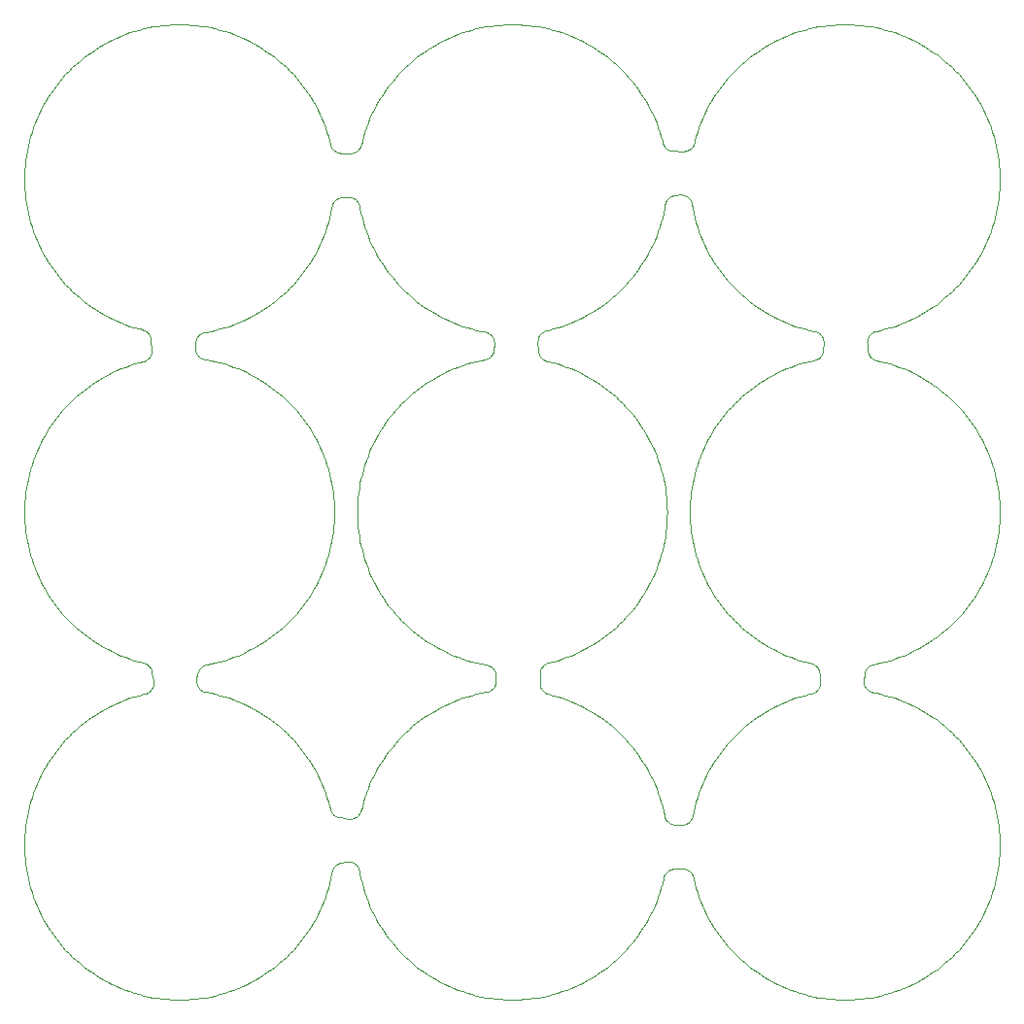
<source format=gko>
%MOIN*%
%OFA0B0*%
%FSLAX44Y44*%
%IPPOS*%
%LPD*%
%ADD10C,0*%
D10*
X00017936Y00021907D02*
X00017936Y00021907D01*
X00017912Y00021913D01*
X00017888Y00021921D01*
X00017864Y00021930D01*
X00017841Y00021941D01*
X00017819Y00021953D01*
X00017798Y00021967D01*
X00017777Y00021982D01*
X00017758Y00021999D01*
X00017739Y00022016D01*
X00017722Y00022035D01*
X00017706Y00022055D01*
X00017692Y00022076D01*
X00017679Y00022097D01*
X00017667Y00022120D01*
X00017657Y00022143D01*
X00017648Y00022167D01*
X00017641Y00022191D01*
X00017635Y00022216D01*
X00017631Y00022241D01*
X00017628Y00022266D01*
X00017610Y00022557D01*
X00017609Y00022585D01*
X00017611Y00022613D01*
X00017614Y00022640D01*
X00017619Y00022668D01*
X00017626Y00022695D01*
X00017635Y00022721D01*
X00017646Y00022747D01*
X00017658Y00022771D01*
X00017673Y00022795D01*
X00017689Y00022818D01*
X00017706Y00022840D01*
X00017725Y00022860D01*
X00017746Y00022879D01*
X00017767Y00022897D01*
X00017790Y00022913D01*
X00017814Y00022927D01*
X00017839Y00022939D01*
X00017865Y00022950D01*
X00017891Y00022959D01*
X00017918Y00022966D01*
X00017961Y00022975D01*
X00018121Y00023016D01*
X00018280Y00023062D01*
X00018437Y00023112D01*
X00018593Y00023168D01*
X00018747Y00023228D01*
X00018899Y00023293D01*
X00019049Y00023363D01*
X00019197Y00023437D01*
X00019342Y00023516D01*
X00019485Y00023600D01*
X00019625Y00023687D01*
X00019762Y00023779D01*
X00019896Y00023876D01*
X00020028Y00023976D01*
X00020156Y00024081D01*
X00020280Y00024189D01*
X00020402Y00024301D01*
X00020520Y00024417D01*
X00020634Y00024537D01*
X00020744Y00024660D01*
X00020851Y00024787D01*
X00020953Y00024916D01*
X00021051Y00025049D01*
X00021146Y00025185D01*
X00021236Y00025324D01*
X00021321Y00025465D01*
X00021402Y00025609D01*
X00021479Y00025756D01*
X00021551Y00025904D01*
X00021619Y00026055D01*
X00021681Y00026208D01*
X00021739Y00026363D01*
X00021792Y00026520D01*
X00021840Y00026678D01*
X00021883Y00026837D01*
X00021922Y00026998D01*
X00021955Y00027160D01*
X00021976Y00027281D01*
X00021981Y00027307D01*
X00021988Y00027332D01*
X00021997Y00027357D01*
X00022007Y00027381D01*
X00022020Y00027405D01*
X00022033Y00027428D01*
X00022048Y00027449D01*
X00022065Y00027470D01*
X00022083Y00027490D01*
X00022102Y00027508D01*
X00022122Y00027525D01*
X00022144Y00027540D01*
X00022166Y00027554D01*
X00022190Y00027567D01*
X00022214Y00027578D01*
X00022239Y00027587D01*
X00022264Y00027594D01*
X00022290Y00027600D01*
X00022316Y00027604D01*
X00022342Y00027607D01*
X00022495Y00027615D01*
X00022524Y00027616D01*
X00022553Y00027614D01*
X00022581Y00027610D01*
X00022609Y00027605D01*
X00022637Y00027597D01*
X00022663Y00027587D01*
X00022690Y00027576D01*
X00022715Y00027562D01*
X00022739Y00027547D01*
X00022762Y00027530D01*
X00022784Y00027511D01*
X00022804Y00027491D01*
X00022823Y00027469D01*
X00022840Y00027447D01*
X00022855Y00027422D01*
X00022869Y00027397D01*
X00022881Y00027371D01*
X00022891Y00027344D01*
X00022899Y00027317D01*
X00022905Y00027289D01*
X00022927Y00027160D01*
X00022960Y00026998D01*
X00022998Y00026837D01*
X00023042Y00026678D01*
X00023090Y00026520D01*
X00023143Y00026363D01*
X00023201Y00026208D01*
X00023263Y00026055D01*
X00023331Y00025904D01*
X00023403Y00025756D01*
X00023479Y00025609D01*
X00023561Y00025465D01*
X00023646Y00025324D01*
X00023736Y00025185D01*
X00023830Y00025049D01*
X00023929Y00024916D01*
X00024031Y00024787D01*
X00024138Y00024660D01*
X00024248Y00024537D01*
X00024362Y00024417D01*
X00024480Y00024301D01*
X00024601Y00024189D01*
X00024726Y00024081D01*
X00024854Y00023976D01*
X00024986Y00023876D01*
X00025120Y00023779D01*
X00025257Y00023687D01*
X00025397Y00023600D01*
X00025540Y00023516D01*
X00025685Y00023437D01*
X00025833Y00023363D01*
X00025983Y00023293D01*
X00026135Y00023228D01*
X00026289Y00023168D01*
X00026444Y00023112D01*
X00026602Y00023062D01*
X00026761Y00023016D01*
X00026921Y00022975D01*
X00027082Y00022940D01*
X00027101Y00022936D01*
X00027129Y00022930D01*
X00027157Y00022921D01*
X00027184Y00022911D01*
X00027210Y00022899D01*
X00027235Y00022884D01*
X00027258Y00022869D01*
X00027281Y00022851D01*
X00027302Y00022832D01*
X00027322Y00022811D01*
X00027341Y00022789D01*
X00027357Y00022765D01*
X00027372Y00022741D01*
X00027385Y00022715D01*
X00027396Y00022688D01*
X00027406Y00022661D01*
X00027413Y00022633D01*
X00027418Y00022605D01*
X00027421Y00022576D01*
X00027422Y00022548D01*
X00027421Y00022519D01*
X00027403Y00022294D01*
X00027401Y00022268D01*
X00027396Y00022243D01*
X00027390Y00022218D01*
X00027382Y00022193D01*
X00027373Y00022170D01*
X00027362Y00022146D01*
X00027350Y00022124D01*
X00027336Y00022102D01*
X00027321Y00022081D01*
X00027304Y00022061D01*
X00027286Y00022043D01*
X00027267Y00022025D01*
X00027247Y00022009D01*
X00027226Y00021995D01*
X00027204Y00021981D01*
X00027181Y00021969D01*
X00027158Y00021959D01*
X00027134Y00021950D01*
X00027109Y00021943D01*
X00027084Y00021937D01*
X00027082Y00021937D01*
X00026921Y00021901D01*
X00026761Y00021861D01*
X00026602Y00021815D01*
X00026444Y00021764D01*
X00026289Y00021709D01*
X00026135Y00021649D01*
X00025983Y00021584D01*
X00025833Y00021514D01*
X00025685Y00021439D01*
X00025540Y00021360D01*
X00025397Y00021277D01*
X00025257Y00021189D01*
X00025120Y00021097D01*
X00024986Y00021001D01*
X00024854Y00020900D01*
X00024726Y00020796D01*
X00024601Y00020687D01*
X00024480Y00020575D01*
X00024362Y00020459D01*
X00024248Y00020340D01*
X00024138Y00020217D01*
X00024031Y00020090D01*
X00023929Y00019960D01*
X00023830Y00019828D01*
X00023736Y00019692D01*
X00023646Y00019553D01*
X00023561Y00019412D01*
X00023479Y00019268D01*
X00023403Y00019121D01*
X00023331Y00018972D01*
X00023263Y00018821D01*
X00023201Y00018668D01*
X00023143Y00018513D01*
X00023090Y00018357D01*
X00023042Y00018199D01*
X00022998Y00018039D01*
X00022960Y00017878D01*
X00022927Y00017716D01*
X00022899Y00017553D01*
X00022876Y00017390D01*
X00022858Y00017225D01*
X00022845Y00017061D01*
X00022837Y00016895D01*
X00022835Y00016730D01*
X00022837Y00016565D01*
X00022845Y00016400D01*
X00022858Y00016235D01*
X00022876Y00016071D01*
X00022899Y00015907D01*
X00022927Y00015744D01*
X00022960Y00015582D01*
X00022998Y00015421D01*
X00023042Y00015262D01*
X00023090Y00015103D01*
X00023143Y00014947D01*
X00023201Y00014792D01*
X00023263Y00014639D01*
X00023331Y00014488D01*
X00023403Y00014339D01*
X00023479Y00014193D01*
X00023561Y00014049D01*
X00023646Y00013907D01*
X00023736Y00013769D01*
X00023830Y00013633D01*
X00023929Y00013500D01*
X00024031Y00013370D01*
X00024138Y00013244D01*
X00024248Y00013121D01*
X00024362Y00013001D01*
X00024480Y00012885D01*
X00024601Y00012773D01*
X00024726Y00012665D01*
X00024854Y00012560D01*
X00024986Y00012460D01*
X00025120Y00012363D01*
X00025257Y00012271D01*
X00025397Y00012183D01*
X00025540Y00012100D01*
X00025685Y00012021D01*
X00025833Y00011947D01*
X00025983Y00011877D01*
X00026135Y00011812D01*
X00026289Y00011752D01*
X00026444Y00011696D01*
X00026602Y00011645D01*
X00026761Y00011600D01*
X00026921Y00011559D01*
X00026973Y00011547D01*
X00026998Y00011541D01*
X00027021Y00011534D01*
X00027045Y00011524D01*
X00027067Y00011514D01*
X00027089Y00011502D01*
X00027110Y00011488D01*
X00027131Y00011474D01*
X00027150Y00011458D01*
X00027168Y00011440D01*
X00027185Y00011422D01*
X00027201Y00011403D01*
X00027215Y00011382D01*
X00027229Y00011361D01*
X00027240Y00011339D01*
X00027251Y00011317D01*
X00027260Y00011293D01*
X00027267Y00011269D01*
X00027273Y00011245D01*
X00027278Y00011221D01*
X00027281Y00011196D01*
X00027304Y00010919D01*
X00027305Y00010891D01*
X00027305Y00010862D01*
X00027302Y00010834D01*
X00027297Y00010806D01*
X00027290Y00010779D01*
X00027282Y00010752D01*
X00027271Y00010726D01*
X00027259Y00010700D01*
X00027244Y00010676D01*
X00027228Y00010653D01*
X00027211Y00010631D01*
X00027192Y00010610D01*
X00027171Y00010590D01*
X00027149Y00010572D01*
X00027126Y00010556D01*
X00027102Y00010542D01*
X00027077Y00010529D01*
X00027051Y00010518D01*
X00027024Y00010509D01*
X00026997Y00010502D01*
X00026921Y00010485D01*
X00026761Y00010444D01*
X00026602Y00010399D01*
X00026444Y00010348D01*
X00026289Y00010293D01*
X00026135Y00010232D01*
X00025983Y00010167D01*
X00025833Y00010098D01*
X00025685Y00010023D01*
X00025540Y00009944D01*
X00025397Y00009861D01*
X00025257Y00009773D01*
X00025120Y00009681D01*
X00024986Y00009585D01*
X00024854Y00009484D01*
X00024726Y00009380D01*
X00024601Y00009271D01*
X00024480Y00009159D01*
X00024362Y00009043D01*
X00024248Y00008923D01*
X00024138Y00008800D01*
X00024031Y00008674D01*
X00023929Y00008544D01*
X00023830Y00008411D01*
X00023736Y00008275D01*
X00023646Y00008137D01*
X00023561Y00007995D01*
X00023479Y00007851D01*
X00023403Y00007705D01*
X00023331Y00007556D01*
X00023263Y00007405D01*
X00023201Y00007252D01*
X00023143Y00007097D01*
X00023090Y00006941D01*
X00023042Y00006782D01*
X00022998Y00006623D01*
X00022960Y00006462D01*
X00022929Y00006310D01*
X00022922Y00006283D01*
X00022914Y00006256D01*
X00022904Y00006231D01*
X00022892Y00006206D01*
X00022878Y00006181D01*
X00022862Y00006158D01*
X00022845Y00006136D01*
X00022827Y00006116D01*
X00022807Y00006097D01*
X00022786Y00006079D01*
X00022763Y00006062D01*
X00022740Y00006048D01*
X00022715Y00006035D01*
X00022690Y00006023D01*
X00022664Y00006014D01*
X00022637Y00006006D01*
X00022610Y00006001D01*
X00022582Y00005997D01*
X00022554Y00005995D01*
X00022527Y00005996D01*
X00022320Y00006004D01*
X00022294Y00006006D01*
X00022268Y00006010D01*
X00022243Y00006015D01*
X00022218Y00006022D01*
X00022193Y00006031D01*
X00022169Y00006041D01*
X00022146Y00006053D01*
X00022124Y00006067D01*
X00022102Y00006081D01*
X00022082Y00006098D01*
X00022062Y00006115D01*
X00022044Y00006134D01*
X00022027Y00006154D01*
X00022012Y00006175D01*
X00021998Y00006197D01*
X00021985Y00006220D01*
X00021974Y00006244D01*
X00021965Y00006268D01*
X00021957Y00006293D01*
X00021951Y00006318D01*
X00021922Y00006462D01*
X00021883Y00006623D01*
X00021840Y00006782D01*
X00021792Y00006941D01*
X00021739Y00007097D01*
X00021681Y00007252D01*
X00021619Y00007405D01*
X00021551Y00007556D01*
X00021479Y00007705D01*
X00021402Y00007851D01*
X00021321Y00007995D01*
X00021236Y00008137D01*
X00021146Y00008275D01*
X00021051Y00008411D01*
X00020953Y00008544D01*
X00020851Y00008674D01*
X00020744Y00008800D01*
X00020634Y00008923D01*
X00020520Y00009043D01*
X00020402Y00009159D01*
X00020280Y00009271D01*
X00020156Y00009380D01*
X00020028Y00009484D01*
X00019896Y00009585D01*
X00019762Y00009681D01*
X00019625Y00009773D01*
X00019485Y00009861D01*
X00019342Y00009944D01*
X00019197Y00010023D01*
X00019049Y00010098D01*
X00018899Y00010167D01*
X00018747Y00010232D01*
X00018593Y00010293D01*
X00018437Y00010348D01*
X00018280Y00010399D01*
X00018121Y00010444D01*
X00017978Y00010481D01*
X00017953Y00010488D01*
X00017928Y00010497D01*
X00017904Y00010507D01*
X00017881Y00010519D01*
X00017859Y00010533D01*
X00017838Y00010548D01*
X00017817Y00010564D01*
X00017798Y00010582D01*
X00017780Y00010601D01*
X00017764Y00010621D01*
X00017748Y00010642D01*
X00017734Y00010664D01*
X00017722Y00010687D01*
X00017711Y00010711D01*
X00017702Y00010735D01*
X00017695Y00010760D01*
X00017689Y00010786D01*
X00017684Y00010811D01*
X00017682Y00010837D01*
X00017681Y00010863D01*
X00017682Y00011183D01*
X00017683Y00011209D01*
X00017686Y00011235D01*
X00017690Y00011261D01*
X00017696Y00011286D01*
X00017704Y00011311D01*
X00017713Y00011335D01*
X00017724Y00011359D01*
X00017736Y00011381D01*
X00017750Y00011403D01*
X00017765Y00011424D01*
X00017782Y00011444D01*
X00017800Y00011463D01*
X00017819Y00011481D01*
X00017839Y00011497D01*
X00017860Y00011512D01*
X00017883Y00011525D01*
X00017906Y00011537D01*
X00017929Y00011548D01*
X00017954Y00011556D01*
X00017979Y00011564D01*
X00018121Y00011600D01*
X00018280Y00011645D01*
X00018437Y00011696D01*
X00018593Y00011752D01*
X00018747Y00011812D01*
X00018899Y00011877D01*
X00019049Y00011947D01*
X00019197Y00012021D01*
X00019342Y00012100D01*
X00019485Y00012183D01*
X00019625Y00012271D01*
X00019762Y00012363D01*
X00019896Y00012460D01*
X00020028Y00012560D01*
X00020156Y00012665D01*
X00020280Y00012773D01*
X00020402Y00012885D01*
X00020520Y00013001D01*
X00020634Y00013121D01*
X00020744Y00013244D01*
X00020851Y00013370D01*
X00020953Y00013500D01*
X00021051Y00013633D01*
X00021146Y00013769D01*
X00021236Y00013907D01*
X00021321Y00014049D01*
X00021402Y00014193D01*
X00021479Y00014339D01*
X00021551Y00014488D01*
X00021619Y00014639D01*
X00021681Y00014792D01*
X00021739Y00014947D01*
X00021792Y00015103D01*
X00021840Y00015262D01*
X00021883Y00015421D01*
X00021922Y00015582D01*
X00021955Y00015744D01*
X00021983Y00015907D01*
X00022006Y00016071D01*
X00022024Y00016235D01*
X00022037Y00016400D01*
X00022045Y00016565D01*
X00022047Y00016730D01*
X00022045Y00016895D01*
X00022037Y00017061D01*
X00022024Y00017225D01*
X00022006Y00017390D01*
X00021983Y00017553D01*
X00021955Y00017716D01*
X00021922Y00017878D01*
X00021883Y00018039D01*
X00021840Y00018199D01*
X00021792Y00018357D01*
X00021739Y00018513D01*
X00021681Y00018668D01*
X00021619Y00018821D01*
X00021551Y00018972D01*
X00021479Y00019121D01*
X00021402Y00019268D01*
X00021321Y00019412D01*
X00021236Y00019553D01*
X00021146Y00019692D01*
X00021051Y00019828D01*
X00020953Y00019960D01*
X00020851Y00020090D01*
X00020744Y00020217D01*
X00020634Y00020340D01*
X00020520Y00020459D01*
X00020402Y00020575D01*
X00020280Y00020687D01*
X00020156Y00020796D01*
X00020028Y00020900D01*
X00019896Y00021001D01*
X00019762Y00021097D01*
X00019625Y00021189D01*
X00019485Y00021277D01*
X00019342Y00021360D01*
X00019197Y00021439D01*
X00019049Y00021514D01*
X00018899Y00021584D01*
X00018747Y00021649D01*
X00018593Y00021709D01*
X00018437Y00021764D01*
X00018280Y00021815D01*
X00018121Y00021861D01*
X00017961Y00021901D01*
X00017936Y00021907D01*
X00006183Y00021973D02*
X00006183Y00021973D01*
X00006153Y00021979D01*
X00006125Y00021987D01*
X00006097Y00021997D01*
X00006069Y00022009D01*
X00006043Y00022024D01*
X00006018Y00022040D01*
X00005994Y00022058D01*
X00005972Y00022078D01*
X00005951Y00022099D01*
X00005932Y00022122D01*
X00005915Y00022146D01*
X00005899Y00022172D01*
X00005886Y00022198D01*
X00005874Y00022226D01*
X00005865Y00022254D01*
X00005858Y00022283D01*
X00005853Y00022313D01*
X00005850Y00022342D01*
X00005850Y00022372D01*
X00005852Y00022402D01*
X00005868Y00022556D01*
X00005871Y00022582D01*
X00005876Y00022607D01*
X00005883Y00022632D01*
X00005891Y00022657D01*
X00005901Y00022681D01*
X00005913Y00022704D01*
X00005926Y00022726D01*
X00005940Y00022748D01*
X00005956Y00022768D01*
X00005973Y00022787D01*
X00005992Y00022806D01*
X00006011Y00022823D01*
X00006032Y00022838D01*
X00006054Y00022852D01*
X00006076Y00022865D01*
X00006099Y00022876D01*
X00006123Y00022886D01*
X00006148Y00022894D01*
X00006173Y00022901D01*
X00006198Y00022906D01*
X00006219Y00022909D01*
X00006382Y00022940D01*
X00006543Y00022975D01*
X00006704Y00023016D01*
X00006862Y00023062D01*
X00007020Y00023112D01*
X00007176Y00023168D01*
X00007329Y00023228D01*
X00007481Y00023293D01*
X00007631Y00023363D01*
X00007779Y00023437D01*
X00007924Y00023516D01*
X00008067Y00023600D01*
X00008207Y00023687D01*
X00008344Y00023779D01*
X00008479Y00023876D01*
X00008610Y00023976D01*
X00008738Y00024081D01*
X00008863Y00024189D01*
X00008984Y00024301D01*
X00009102Y00024417D01*
X00009216Y00024537D01*
X00009327Y00024660D01*
X00009433Y00024787D01*
X00009535Y00024916D01*
X00009634Y00025049D01*
X00009728Y00025185D01*
X00009818Y00025324D01*
X00009904Y00025465D01*
X00009985Y00025609D01*
X00010062Y00025756D01*
X00010134Y00025904D01*
X00010201Y00026055D01*
X00010264Y00026208D01*
X00010322Y00026363D01*
X00010375Y00026520D01*
X00010423Y00026678D01*
X00010466Y00026837D01*
X00010504Y00026998D01*
X00010537Y00027160D01*
X00010546Y00027210D01*
X00010552Y00027237D01*
X00010559Y00027263D01*
X00010568Y00027289D01*
X00010579Y00027314D01*
X00010592Y00027338D01*
X00010606Y00027361D01*
X00010622Y00027383D01*
X00010640Y00027404D01*
X00010658Y00027424D01*
X00010678Y00027443D01*
X00010700Y00027460D01*
X00010722Y00027475D01*
X00010746Y00027489D01*
X00010770Y00027501D01*
X00010796Y00027512D01*
X00010821Y00027520D01*
X00010848Y00027527D01*
X00010875Y00027532D01*
X00010902Y00027535D01*
X00010929Y00027537D01*
X00011108Y00027539D01*
X00011135Y00027538D01*
X00011163Y00027536D01*
X00011191Y00027531D01*
X00011218Y00027524D01*
X00011244Y00027516D01*
X00011270Y00027506D01*
X00011295Y00027494D01*
X00011319Y00027480D01*
X00011342Y00027465D01*
X00011364Y00027448D01*
X00011385Y00027429D01*
X00011404Y00027409D01*
X00011422Y00027388D01*
X00011439Y00027366D01*
X00011453Y00027342D01*
X00011466Y00027318D01*
X00011478Y00027292D01*
X00011487Y00027266D01*
X00011495Y00027239D01*
X00011500Y00027212D01*
X00011509Y00027160D01*
X00011543Y00026998D01*
X00011581Y00026837D01*
X00011624Y00026678D01*
X00011672Y00026520D01*
X00011725Y00026363D01*
X00011783Y00026208D01*
X00011846Y00026055D01*
X00011913Y00025904D01*
X00011985Y00025756D01*
X00012062Y00025609D01*
X00012143Y00025465D01*
X00012229Y00025324D01*
X00012319Y00025185D01*
X00012413Y00025049D01*
X00012511Y00024916D01*
X00012614Y00024787D01*
X00012720Y00024660D01*
X00012831Y00024537D01*
X00012945Y00024417D01*
X00013062Y00024301D01*
X00013184Y00024189D01*
X00013309Y00024081D01*
X00013437Y00023976D01*
X00013568Y00023876D01*
X00013702Y00023779D01*
X00013840Y00023687D01*
X00013980Y00023600D01*
X00014122Y00023516D01*
X00014268Y00023437D01*
X00014415Y00023363D01*
X00014565Y00023293D01*
X00014717Y00023228D01*
X00014871Y00023168D01*
X00015027Y00023112D01*
X00015184Y00023062D01*
X00015343Y00023016D01*
X00015503Y00022975D01*
X00015665Y00022940D01*
X00015800Y00022914D01*
X00015828Y00022908D01*
X00015856Y00022899D01*
X00015883Y00022889D01*
X00015909Y00022876D01*
X00015934Y00022862D01*
X00015958Y00022846D01*
X00015981Y00022828D01*
X00016003Y00022808D01*
X00016023Y00022787D01*
X00016041Y00022765D01*
X00016058Y00022741D01*
X00016072Y00022716D01*
X00016085Y00022690D01*
X00016096Y00022663D01*
X00016105Y00022635D01*
X00016112Y00022607D01*
X00016117Y00022579D01*
X00016120Y00022550D01*
X00016120Y00022521D01*
X00016119Y00022492D01*
X00016102Y00022311D01*
X00016099Y00022285D01*
X00016094Y00022260D01*
X00016088Y00022236D01*
X00016080Y00022211D01*
X00016071Y00022188D01*
X00016060Y00022165D01*
X00016047Y00022143D01*
X00016033Y00022121D01*
X00016018Y00022101D01*
X00016002Y00022082D01*
X00015984Y00022063D01*
X00015965Y00022046D01*
X00015945Y00022030D01*
X00015924Y00022016D01*
X00015902Y00022003D01*
X00015880Y00021991D01*
X00015857Y00021981D01*
X00015833Y00021972D01*
X00015808Y00021965D01*
X00015783Y00021959D01*
X00015665Y00021937D01*
X00015503Y00021901D01*
X00015343Y00021861D01*
X00015184Y00021815D01*
X00015027Y00021764D01*
X00014871Y00021709D01*
X00014717Y00021649D01*
X00014565Y00021584D01*
X00014415Y00021514D01*
X00014268Y00021439D01*
X00014122Y00021360D01*
X00013980Y00021277D01*
X00013840Y00021189D01*
X00013702Y00021097D01*
X00013568Y00021001D01*
X00013437Y00020900D01*
X00013309Y00020796D01*
X00013184Y00020687D01*
X00013062Y00020575D01*
X00012945Y00020459D01*
X00012831Y00020340D01*
X00012720Y00020217D01*
X00012614Y00020090D01*
X00012511Y00019960D01*
X00012413Y00019828D01*
X00012319Y00019692D01*
X00012229Y00019553D01*
X00012143Y00019412D01*
X00012062Y00019268D01*
X00011985Y00019121D01*
X00011913Y00018972D01*
X00011846Y00018821D01*
X00011783Y00018668D01*
X00011725Y00018513D01*
X00011672Y00018357D01*
X00011624Y00018199D01*
X00011581Y00018039D01*
X00011543Y00017878D01*
X00011509Y00017716D01*
X00011481Y00017553D01*
X00011458Y00017390D01*
X00011440Y00017225D01*
X00011427Y00017061D01*
X00011420Y00016895D01*
X00011417Y00016730D01*
X00011420Y00016565D01*
X00011427Y00016400D01*
X00011440Y00016235D01*
X00011458Y00016071D01*
X00011481Y00015907D01*
X00011509Y00015744D01*
X00011543Y00015582D01*
X00011581Y00015421D01*
X00011624Y00015262D01*
X00011672Y00015103D01*
X00011725Y00014947D01*
X00011783Y00014792D01*
X00011846Y00014639D01*
X00011913Y00014488D01*
X00011985Y00014339D01*
X00012062Y00014193D01*
X00012143Y00014049D01*
X00012229Y00013907D01*
X00012319Y00013769D01*
X00012413Y00013633D01*
X00012511Y00013500D01*
X00012614Y00013370D01*
X00012720Y00013244D01*
X00012831Y00013121D01*
X00012945Y00013001D01*
X00013062Y00012885D01*
X00013184Y00012773D01*
X00013309Y00012665D01*
X00013437Y00012560D01*
X00013568Y00012460D01*
X00013702Y00012363D01*
X00013840Y00012271D01*
X00013980Y00012183D01*
X00014122Y00012100D01*
X00014268Y00012021D01*
X00014415Y00011947D01*
X00014565Y00011877D01*
X00014717Y00011812D01*
X00014871Y00011752D01*
X00015027Y00011696D01*
X00015184Y00011645D01*
X00015343Y00011600D01*
X00015503Y00011559D01*
X00015665Y00011523D01*
X00015827Y00011493D01*
X00015844Y00011490D01*
X00015871Y00011485D01*
X00015898Y00011478D01*
X00015924Y00011469D01*
X00015950Y00011458D01*
X00015974Y00011445D01*
X00015998Y00011431D01*
X00016021Y00011415D01*
X00016042Y00011397D01*
X00016062Y00011378D01*
X00016081Y00011358D01*
X00016099Y00011336D01*
X00016114Y00011313D01*
X00016129Y00011290D01*
X00016141Y00011265D01*
X00016152Y00011239D01*
X00016160Y00011213D01*
X00016167Y00011186D01*
X00016172Y00011159D01*
X00016175Y00011131D01*
X00016176Y00011103D01*
X00016177Y00010945D01*
X00016176Y00010917D01*
X00016174Y00010889D01*
X00016169Y00010862D01*
X00016162Y00010835D01*
X00016154Y00010808D01*
X00016143Y00010782D01*
X00016131Y00010757D01*
X00016117Y00010733D01*
X00016101Y00010710D01*
X00016084Y00010688D01*
X00016065Y00010667D01*
X00016044Y00010648D01*
X00016023Y00010630D01*
X00016000Y00010614D01*
X00015976Y00010600D01*
X00015951Y00010587D01*
X00015926Y00010576D01*
X00015899Y00010567D01*
X00015872Y00010559D01*
X00015845Y00010554D01*
X00015827Y00010551D01*
X00015665Y00010521D01*
X00015503Y00010485D01*
X00015343Y00010444D01*
X00015184Y00010399D01*
X00015027Y00010348D01*
X00014871Y00010293D01*
X00014717Y00010232D01*
X00014565Y00010167D01*
X00014415Y00010098D01*
X00014268Y00010023D01*
X00014122Y00009944D01*
X00013980Y00009861D01*
X00013840Y00009773D01*
X00013702Y00009681D01*
X00013568Y00009585D01*
X00013437Y00009484D01*
X00013309Y00009380D01*
X00013184Y00009271D01*
X00013062Y00009159D01*
X00012945Y00009043D01*
X00012831Y00008923D01*
X00012720Y00008800D01*
X00012614Y00008674D01*
X00012511Y00008544D01*
X00012413Y00008411D01*
X00012319Y00008275D01*
X00012229Y00008137D01*
X00012143Y00007995D01*
X00012062Y00007851D01*
X00011985Y00007705D01*
X00011913Y00007556D01*
X00011846Y00007405D01*
X00011783Y00007252D01*
X00011725Y00007097D01*
X00011672Y00006941D01*
X00011624Y00006782D01*
X00011581Y00006623D01*
X00011554Y00006510D01*
X00011546Y00006482D01*
X00011536Y00006455D01*
X00011525Y00006428D01*
X00011511Y00006403D01*
X00011496Y00006379D01*
X00011479Y00006356D01*
X00011460Y00006334D01*
X00011440Y00006313D01*
X00011418Y00006294D01*
X00011395Y00006277D01*
X00011371Y00006262D01*
X00011346Y00006248D01*
X00011319Y00006236D01*
X00011292Y00006226D01*
X00011265Y00006218D01*
X00011236Y00006212D01*
X00011208Y00006209D01*
X00011179Y00006207D01*
X00011150Y00006207D01*
X00011122Y00006210D01*
X00010818Y00006248D01*
X00010794Y00006252D01*
X00010771Y00006257D01*
X00010748Y00006264D01*
X00010725Y00006272D01*
X00010703Y00006281D01*
X00010682Y00006291D01*
X00010661Y00006303D01*
X00010641Y00006316D01*
X00010622Y00006331D01*
X00010604Y00006346D01*
X00010587Y00006362D01*
X00010570Y00006380D01*
X00010555Y00006398D01*
X00010541Y00006418D01*
X00010528Y00006438D01*
X00010517Y00006459D01*
X00010507Y00006480D01*
X00010498Y00006502D01*
X00010490Y00006525D01*
X00010484Y00006548D01*
X00010466Y00006623D01*
X00010423Y00006782D01*
X00010375Y00006941D01*
X00010322Y00007097D01*
X00010264Y00007252D01*
X00010201Y00007405D01*
X00010134Y00007556D01*
X00010062Y00007705D01*
X00009985Y00007851D01*
X00009904Y00007995D01*
X00009818Y00008137D01*
X00009728Y00008275D01*
X00009634Y00008411D01*
X00009535Y00008544D01*
X00009433Y00008674D01*
X00009327Y00008800D01*
X00009216Y00008923D01*
X00009102Y00009043D01*
X00008984Y00009159D01*
X00008863Y00009271D01*
X00008738Y00009380D01*
X00008610Y00009484D01*
X00008479Y00009585D01*
X00008344Y00009681D01*
X00008207Y00009773D01*
X00008067Y00009861D01*
X00007924Y00009944D01*
X00007779Y00010023D01*
X00007631Y00010098D01*
X00007481Y00010167D01*
X00007329Y00010232D01*
X00007176Y00010293D01*
X00007020Y00010348D01*
X00006862Y00010399D01*
X00006704Y00010444D01*
X00006543Y00010485D01*
X00006382Y00010521D01*
X00006222Y00010551D01*
X00006192Y00010558D01*
X00006162Y00010567D01*
X00006134Y00010579D01*
X00006106Y00010592D01*
X00006079Y00010608D01*
X00006054Y00010626D01*
X00006030Y00010646D01*
X00006008Y00010668D01*
X00005988Y00010691D01*
X00005970Y00010716D01*
X00005953Y00010742D01*
X00005939Y00010769D01*
X00005927Y00010798D01*
X00005917Y00010827D01*
X00005910Y00010857D01*
X00005904Y00010888D01*
X00005902Y00010918D01*
X00005901Y00010949D01*
X00005903Y00010980D01*
X00005908Y00011011D01*
X00005941Y00011186D01*
X00005946Y00011209D01*
X00005952Y00011231D01*
X00005960Y00011253D01*
X00005969Y00011275D01*
X00005980Y00011296D01*
X00005991Y00011317D01*
X00006004Y00011337D01*
X00006018Y00011356D01*
X00006033Y00011374D01*
X00006049Y00011391D01*
X00006067Y00011407D01*
X00006085Y00011422D01*
X00006104Y00011436D01*
X00006123Y00011449D01*
X00006144Y00011461D01*
X00006165Y00011471D01*
X00006187Y00011480D01*
X00006209Y00011488D01*
X00006232Y00011494D01*
X00006255Y00011499D01*
X00006382Y00011523D01*
X00006543Y00011559D01*
X00006704Y00011600D01*
X00006862Y00011645D01*
X00007020Y00011696D01*
X00007176Y00011752D01*
X00007329Y00011812D01*
X00007481Y00011877D01*
X00007631Y00011947D01*
X00007779Y00012021D01*
X00007924Y00012100D01*
X00008067Y00012183D01*
X00008207Y00012271D01*
X00008344Y00012363D01*
X00008479Y00012460D01*
X00008610Y00012560D01*
X00008738Y00012665D01*
X00008863Y00012773D01*
X00008984Y00012885D01*
X00009102Y00013001D01*
X00009216Y00013121D01*
X00009327Y00013244D01*
X00009433Y00013370D01*
X00009535Y00013500D01*
X00009634Y00013633D01*
X00009728Y00013769D01*
X00009818Y00013907D01*
X00009904Y00014049D01*
X00009985Y00014193D01*
X00010062Y00014339D01*
X00010134Y00014488D01*
X00010201Y00014639D01*
X00010264Y00014792D01*
X00010322Y00014947D01*
X00010375Y00015103D01*
X00010423Y00015262D01*
X00010466Y00015421D01*
X00010504Y00015582D01*
X00010537Y00015744D01*
X00010565Y00015907D01*
X00010589Y00016071D01*
X00010607Y00016235D01*
X00010619Y00016400D01*
X00010627Y00016565D01*
X00010630Y00016730D01*
X00010627Y00016895D01*
X00010619Y00017061D01*
X00010607Y00017225D01*
X00010589Y00017390D01*
X00010565Y00017553D01*
X00010537Y00017716D01*
X00010504Y00017878D01*
X00010466Y00018039D01*
X00010423Y00018199D01*
X00010375Y00018357D01*
X00010322Y00018513D01*
X00010264Y00018668D01*
X00010201Y00018821D01*
X00010134Y00018972D01*
X00010062Y00019121D01*
X00009985Y00019268D01*
X00009904Y00019412D01*
X00009818Y00019553D01*
X00009728Y00019692D01*
X00009634Y00019828D01*
X00009535Y00019960D01*
X00009433Y00020090D01*
X00009327Y00020217D01*
X00009216Y00020340D01*
X00009102Y00020459D01*
X00008984Y00020575D01*
X00008863Y00020687D01*
X00008738Y00020796D01*
X00008610Y00020900D01*
X00008479Y00021001D01*
X00008344Y00021097D01*
X00008207Y00021189D01*
X00008067Y00021277D01*
X00007924Y00021360D01*
X00007779Y00021439D01*
X00007631Y00021514D01*
X00007481Y00021584D01*
X00007329Y00021649D01*
X00007176Y00021709D01*
X00007020Y00021764D01*
X00006862Y00021815D01*
X00006704Y00021861D01*
X00006543Y00021901D01*
X00006382Y00021937D01*
X00006219Y00021968D01*
X00006183Y00021973D01*
X00004048Y00022985D02*
X00004048Y00022985D01*
X00004072Y00022978D01*
X00004096Y00022970D01*
X00004119Y00022960D01*
X00004141Y00022948D01*
X00004162Y00022936D01*
X00004183Y00022922D01*
X00004203Y00022906D01*
X00004221Y00022890D01*
X00004239Y00022872D01*
X00004256Y00022853D01*
X00004271Y00022834D01*
X00004285Y00022813D01*
X00004297Y00022791D01*
X00004309Y00022769D01*
X00004318Y00022746D01*
X00004327Y00022723D01*
X00004333Y00022699D01*
X00004339Y00022674D01*
X00004342Y00022650D01*
X00004345Y00022625D01*
X00004362Y00022299D01*
X00004363Y00022272D01*
X00004362Y00022245D01*
X00004358Y00022218D01*
X00004353Y00022192D01*
X00004347Y00022166D01*
X00004338Y00022140D01*
X00004328Y00022115D01*
X00004316Y00022091D01*
X00004302Y00022067D01*
X00004287Y00022045D01*
X00004270Y00022024D01*
X00004252Y00022003D01*
X00004232Y00021985D01*
X00004211Y00021967D01*
X00004189Y00021951D01*
X00004166Y00021937D01*
X00004142Y00021924D01*
X00004118Y00021913D01*
X00004092Y00021904D01*
X00004066Y00021896D01*
X00003926Y00021861D01*
X00003767Y00021815D01*
X00003609Y00021764D01*
X00003454Y00021709D01*
X00003300Y00021649D01*
X00003148Y00021584D01*
X00002998Y00021514D01*
X00002850Y00021439D01*
X00002705Y00021360D01*
X00002562Y00021277D01*
X00002422Y00021189D01*
X00002285Y00021097D01*
X00002150Y00021001D01*
X00002019Y00020900D01*
X00001891Y00020796D01*
X00001766Y00020687D01*
X00001645Y00020575D01*
X00001527Y00020459D01*
X00001413Y00020340D01*
X00001303Y00020217D01*
X00001196Y00020090D01*
X00001094Y00019960D01*
X00000995Y00019828D01*
X00000901Y00019692D01*
X00000811Y00019553D01*
X00000725Y00019412D01*
X00000644Y00019268D01*
X00000568Y00019121D01*
X00000496Y00018972D01*
X00000428Y00018821D01*
X00000365Y00018668D01*
X00000308Y00018513D01*
X00000255Y00018357D01*
X00000206Y00018199D01*
X00000163Y00018039D01*
X00000125Y00017878D01*
X00000092Y00017716D01*
X00000064Y00017553D01*
X00000041Y00017390D01*
X00000023Y00017225D01*
X00000010Y00017061D01*
X00000002Y00016895D01*
X00000000Y00016730D01*
X00000002Y00016565D01*
X00000010Y00016400D01*
X00000023Y00016235D01*
X00000041Y00016071D01*
X00000064Y00015907D01*
X00000092Y00015744D01*
X00000125Y00015582D01*
X00000163Y00015421D01*
X00000206Y00015262D01*
X00000255Y00015103D01*
X00000308Y00014947D01*
X00000365Y00014792D01*
X00000428Y00014639D01*
X00000496Y00014488D01*
X00000568Y00014339D01*
X00000644Y00014193D01*
X00000725Y00014049D01*
X00000811Y00013907D01*
X00000901Y00013769D01*
X00000995Y00013633D01*
X00001094Y00013500D01*
X00001196Y00013370D01*
X00001303Y00013244D01*
X00001413Y00013121D01*
X00001527Y00013001D01*
X00001645Y00012885D01*
X00001766Y00012773D01*
X00001891Y00012665D01*
X00002019Y00012560D01*
X00002150Y00012460D01*
X00002285Y00012363D01*
X00002422Y00012271D01*
X00002562Y00012183D01*
X00002705Y00012100D01*
X00002850Y00012021D01*
X00002998Y00011947D01*
X00003148Y00011877D01*
X00003300Y00011812D01*
X00003454Y00011752D01*
X00003609Y00011696D01*
X00003767Y00011645D01*
X00003926Y00011600D01*
X00004086Y00011559D01*
X00004108Y00011553D01*
X00004129Y00011545D01*
X00004150Y00011537D01*
X00004171Y00011527D01*
X00004191Y00011515D01*
X00004210Y00011503D01*
X00004228Y00011490D01*
X00004246Y00011475D01*
X00004263Y00011460D01*
X00004279Y00011444D01*
X00004294Y00011426D01*
X00004308Y00011408D01*
X00004321Y00011389D01*
X00004332Y00011370D01*
X00004343Y00011349D01*
X00004352Y00011329D01*
X00004360Y00011307D01*
X00004367Y00011286D01*
X00004373Y00011263D01*
X00004377Y00011241D01*
X00004426Y00010941D01*
X00004430Y00010911D01*
X00004431Y00010882D01*
X00004430Y00010852D01*
X00004427Y00010822D01*
X00004422Y00010793D01*
X00004415Y00010764D01*
X00004405Y00010736D01*
X00004393Y00010708D01*
X00004379Y00010682D01*
X00004364Y00010657D01*
X00004346Y00010633D01*
X00004326Y00010610D01*
X00004305Y00010589D01*
X00004283Y00010570D01*
X00004259Y00010552D01*
X00004233Y00010536D01*
X00004207Y00010522D01*
X00004180Y00010510D01*
X00004152Y00010501D01*
X00004123Y00010493D01*
X00004086Y00010485D01*
X00003926Y00010444D01*
X00003767Y00010399D01*
X00003609Y00010348D01*
X00003454Y00010293D01*
X00003300Y00010232D01*
X00003148Y00010167D01*
X00002998Y00010098D01*
X00002850Y00010023D01*
X00002705Y00009944D01*
X00002562Y00009861D01*
X00002422Y00009773D01*
X00002285Y00009681D01*
X00002150Y00009585D01*
X00002019Y00009484D01*
X00001891Y00009380D01*
X00001766Y00009271D01*
X00001645Y00009159D01*
X00001527Y00009043D01*
X00001413Y00008923D01*
X00001303Y00008800D01*
X00001196Y00008674D01*
X00001094Y00008544D01*
X00000995Y00008411D01*
X00000901Y00008275D01*
X00000811Y00008137D01*
X00000725Y00007995D01*
X00000644Y00007851D01*
X00000568Y00007705D01*
X00000496Y00007556D01*
X00000428Y00007405D01*
X00000365Y00007252D01*
X00000308Y00007097D01*
X00000255Y00006941D01*
X00000206Y00006782D01*
X00000163Y00006623D01*
X00000125Y00006462D01*
X00000092Y00006300D01*
X00000064Y00006137D01*
X00000041Y00005974D01*
X00000023Y00005809D01*
X00000010Y00005644D01*
X00000002Y00005479D01*
X00000000Y00005314D01*
X00000002Y00005149D01*
X00000010Y00004983D01*
X00000023Y00004819D01*
X00000041Y00004654D01*
X00000064Y00004491D01*
X00000092Y00004328D01*
X00000125Y00004166D01*
X00000163Y00004005D01*
X00000206Y00003845D01*
X00000255Y00003687D01*
X00000308Y00003531D01*
X00000365Y00003376D01*
X00000428Y00003223D01*
X00000496Y00003072D01*
X00000568Y00002923D01*
X00000644Y00002777D01*
X00000725Y00002633D01*
X00000811Y00002491D01*
X00000901Y00002352D01*
X00000995Y00002217D01*
X00001094Y00002084D01*
X00001196Y00001954D01*
X00001303Y00001828D01*
X00001413Y00001705D01*
X00001527Y00001585D01*
X00001645Y00001469D01*
X00001766Y00001357D01*
X00001891Y00001248D01*
X00002019Y00001144D01*
X00002150Y00001043D01*
X00002285Y00000947D01*
X00002422Y00000855D01*
X00002562Y00000767D01*
X00002705Y00000684D01*
X00002850Y00000605D01*
X00002998Y00000530D01*
X00003148Y00000461D01*
X00003300Y00000396D01*
X00003454Y00000335D01*
X00003609Y00000280D01*
X00003767Y00000229D01*
X00003926Y00000184D01*
X00004086Y00000143D01*
X00004247Y00000107D01*
X00004410Y00000076D01*
X00004573Y00000051D01*
X00004737Y00000030D01*
X00004902Y00000015D01*
X00005067Y00000005D01*
X00005232Y00000000D01*
X00005397Y00000000D01*
X00005562Y00000005D01*
X00005727Y00000015D01*
X00005892Y00000030D01*
X00006056Y00000051D01*
X00006219Y00000076D01*
X00006382Y00000107D01*
X00006543Y00000143D01*
X00006704Y00000184D01*
X00006862Y00000229D01*
X00007020Y00000280D01*
X00007176Y00000335D01*
X00007329Y00000396D01*
X00007481Y00000461D01*
X00007631Y00000530D01*
X00007779Y00000605D01*
X00007924Y00000684D01*
X00008067Y00000767D01*
X00008207Y00000855D01*
X00008344Y00000947D01*
X00008479Y00001043D01*
X00008610Y00001144D01*
X00008738Y00001248D01*
X00008863Y00001357D01*
X00008984Y00001469D01*
X00009102Y00001585D01*
X00009216Y00001705D01*
X00009327Y00001828D01*
X00009433Y00001954D01*
X00009535Y00002084D01*
X00009634Y00002217D01*
X00009728Y00002352D01*
X00009818Y00002491D01*
X00009904Y00002633D01*
X00009985Y00002777D01*
X00010062Y00002923D01*
X00010134Y00003072D01*
X00010201Y00003223D01*
X00010264Y00003376D01*
X00010322Y00003531D01*
X00010375Y00003687D01*
X00010423Y00003845D01*
X00010466Y00004005D01*
X00010504Y00004166D01*
X00010537Y00004328D01*
X00010546Y00004379D01*
X00010551Y00004402D01*
X00010557Y00004425D01*
X00010564Y00004447D01*
X00010573Y00004469D01*
X00010583Y00004491D01*
X00010595Y00004511D01*
X00010607Y00004531D01*
X00010621Y00004551D01*
X00010636Y00004569D01*
X00010652Y00004586D01*
X00010669Y00004603D01*
X00010687Y00004618D01*
X00010706Y00004632D01*
X00010726Y00004646D01*
X00010746Y00004658D01*
X00010767Y00004668D01*
X00010789Y00004678D01*
X00010811Y00004686D01*
X00010834Y00004692D01*
X00010857Y00004698D01*
X00011030Y00004732D01*
X00011061Y00004737D01*
X00011092Y00004739D01*
X00011123Y00004739D01*
X00011155Y00004737D01*
X00011186Y00004732D01*
X00011216Y00004724D01*
X00011246Y00004714D01*
X00011275Y00004702D01*
X00011303Y00004687D01*
X00011329Y00004671D01*
X00011355Y00004652D01*
X00011378Y00004631D01*
X00011400Y00004609D01*
X00011420Y00004584D01*
X00011438Y00004559D01*
X00011454Y00004531D01*
X00011468Y00004503D01*
X00011479Y00004474D01*
X00011488Y00004444D01*
X00011495Y00004413D01*
X00011509Y00004328D01*
X00011543Y00004166D01*
X00011581Y00004005D01*
X00011624Y00003845D01*
X00011672Y00003687D01*
X00011725Y00003531D01*
X00011783Y00003376D01*
X00011846Y00003223D01*
X00011913Y00003072D01*
X00011985Y00002923D01*
X00012062Y00002777D01*
X00012143Y00002633D01*
X00012229Y00002491D01*
X00012319Y00002352D01*
X00012413Y00002217D01*
X00012511Y00002084D01*
X00012614Y00001954D01*
X00012720Y00001828D01*
X00012831Y00001705D01*
X00012945Y00001585D01*
X00013062Y00001469D01*
X00013184Y00001357D01*
X00013309Y00001248D01*
X00013437Y00001144D01*
X00013568Y00001043D01*
X00013702Y00000947D01*
X00013840Y00000855D01*
X00013980Y00000767D01*
X00014122Y00000684D01*
X00014268Y00000605D01*
X00014415Y00000530D01*
X00014565Y00000461D01*
X00014717Y00000396D01*
X00014871Y00000335D01*
X00015027Y00000280D01*
X00015184Y00000229D01*
X00015343Y00000184D01*
X00015503Y00000143D01*
X00015665Y00000107D01*
X00015827Y00000076D01*
X00015991Y00000051D01*
X00016155Y00000030D01*
X00016319Y00000015D01*
X00016484Y00000005D01*
X00016649Y00000000D01*
X00016815Y00000000D01*
X00016980Y00000005D01*
X00017145Y00000015D01*
X00017310Y00000030D01*
X00017474Y00000051D01*
X00017637Y00000076D01*
X00017799Y00000107D01*
X00017961Y00000143D01*
X00018121Y00000184D01*
X00018280Y00000229D01*
X00018437Y00000280D01*
X00018593Y00000335D01*
X00018747Y00000396D01*
X00018899Y00000461D01*
X00019049Y00000530D01*
X00019197Y00000605D01*
X00019342Y00000684D01*
X00019485Y00000767D01*
X00019625Y00000855D01*
X00019762Y00000947D01*
X00019896Y00001043D01*
X00020028Y00001144D01*
X00020156Y00001248D01*
X00020280Y00001357D01*
X00020402Y00001469D01*
X00020520Y00001585D01*
X00020634Y00001705D01*
X00020744Y00001828D01*
X00020851Y00001954D01*
X00020953Y00002084D01*
X00021051Y00002217D01*
X00021146Y00002352D01*
X00021236Y00002491D01*
X00021321Y00002633D01*
X00021402Y00002777D01*
X00021479Y00002923D01*
X00021551Y00003072D01*
X00021619Y00003223D01*
X00021681Y00003376D01*
X00021739Y00003531D01*
X00021792Y00003687D01*
X00021840Y00003845D01*
X00021883Y00004005D01*
X00021922Y00004166D01*
X00021923Y00004172D01*
X00021929Y00004198D01*
X00021937Y00004223D01*
X00021946Y00004248D01*
X00021958Y00004271D01*
X00021970Y00004294D01*
X00021984Y00004316D01*
X00022000Y00004338D01*
X00022017Y00004358D01*
X00022035Y00004376D01*
X00022055Y00004394D01*
X00022075Y00004410D01*
X00022097Y00004425D01*
X00022119Y00004439D01*
X00022143Y00004450D01*
X00022167Y00004461D01*
X00022192Y00004469D01*
X00022217Y00004476D01*
X00022243Y00004482D01*
X00022269Y00004485D01*
X00022295Y00004487D01*
X00022557Y00004496D01*
X00022585Y00004496D01*
X00022613Y00004494D01*
X00022640Y00004490D01*
X00022667Y00004484D01*
X00022693Y00004477D01*
X00022719Y00004467D01*
X00022745Y00004456D01*
X00022769Y00004443D01*
X00022792Y00004428D01*
X00022815Y00004412D01*
X00022836Y00004394D01*
X00022856Y00004375D01*
X00022874Y00004354D01*
X00022891Y00004332D01*
X00022906Y00004309D01*
X00022920Y00004285D01*
X00022932Y00004261D01*
X00022942Y00004235D01*
X00022950Y00004209D01*
X00022957Y00004182D01*
X00022960Y00004166D01*
X00022998Y00004005D01*
X00023042Y00003845D01*
X00023090Y00003687D01*
X00023143Y00003531D01*
X00023201Y00003376D01*
X00023263Y00003223D01*
X00023331Y00003072D01*
X00023403Y00002923D01*
X00023479Y00002777D01*
X00023561Y00002633D01*
X00023646Y00002491D01*
X00023736Y00002352D01*
X00023830Y00002217D01*
X00023929Y00002084D01*
X00024031Y00001954D01*
X00024138Y00001828D01*
X00024248Y00001705D01*
X00024362Y00001585D01*
X00024480Y00001469D01*
X00024601Y00001357D01*
X00024726Y00001248D01*
X00024854Y00001144D01*
X00024986Y00001043D01*
X00025120Y00000947D01*
X00025257Y00000855D01*
X00025397Y00000767D01*
X00025540Y00000684D01*
X00025685Y00000605D01*
X00025833Y00000530D01*
X00025983Y00000461D01*
X00026135Y00000396D01*
X00026289Y00000335D01*
X00026444Y00000280D01*
X00026602Y00000229D01*
X00026761Y00000184D01*
X00026921Y00000143D01*
X00027082Y00000107D01*
X00027245Y00000076D01*
X00027408Y00000051D01*
X00027572Y00000030D01*
X00027737Y00000015D01*
X00027902Y00000005D01*
X00028067Y00000000D01*
X00028232Y00000000D01*
X00028398Y00000005D01*
X00028563Y00000015D01*
X00028727Y00000030D01*
X00028891Y00000051D01*
X00029055Y00000076D01*
X00029217Y00000107D01*
X00029378Y00000143D01*
X00029539Y00000184D01*
X00029697Y00000229D01*
X00029855Y00000280D01*
X00030011Y00000335D01*
X00030165Y00000396D01*
X00030317Y00000461D01*
X00030466Y00000530D01*
X00030614Y00000605D01*
X00030759Y00000684D01*
X00030902Y00000767D01*
X00031042Y00000855D01*
X00031179Y00000947D01*
X00031314Y00001043D01*
X00031445Y00001144D01*
X00031573Y00001248D01*
X00031698Y00001357D01*
X00031819Y00001469D01*
X00031937Y00001585D01*
X00032051Y00001705D01*
X00032162Y00001828D01*
X00032268Y00001954D01*
X00032371Y00002084D01*
X00032469Y00002217D01*
X00032563Y00002352D01*
X00032653Y00002491D01*
X00032739Y00002633D01*
X00032820Y00002777D01*
X00032897Y00002923D01*
X00032969Y00003072D01*
X00033036Y00003223D01*
X00033099Y00003376D01*
X00033157Y00003531D01*
X00033210Y00003687D01*
X00033258Y00003845D01*
X00033301Y00004005D01*
X00033339Y00004166D01*
X00033372Y00004328D01*
X00033401Y00004491D01*
X00033424Y00004654D01*
X00033442Y00004819D01*
X00033454Y00004983D01*
X00033462Y00005149D01*
X00033465Y00005314D01*
X00033462Y00005479D01*
X00033454Y00005644D01*
X00033442Y00005809D01*
X00033424Y00005974D01*
X00033401Y00006137D01*
X00033372Y00006300D01*
X00033339Y00006462D01*
X00033301Y00006623D01*
X00033258Y00006782D01*
X00033210Y00006941D01*
X00033157Y00007097D01*
X00033099Y00007252D01*
X00033036Y00007405D01*
X00032969Y00007556D01*
X00032897Y00007705D01*
X00032820Y00007851D01*
X00032739Y00007995D01*
X00032653Y00008137D01*
X00032563Y00008275D01*
X00032469Y00008411D01*
X00032371Y00008544D01*
X00032268Y00008674D01*
X00032162Y00008800D01*
X00032051Y00008923D01*
X00031937Y00009043D01*
X00031819Y00009159D01*
X00031698Y00009271D01*
X00031573Y00009380D01*
X00031445Y00009484D01*
X00031314Y00009585D01*
X00031179Y00009681D01*
X00031042Y00009773D01*
X00030902Y00009861D01*
X00030759Y00009944D01*
X00030614Y00010023D01*
X00030466Y00010098D01*
X00030317Y00010167D01*
X00030165Y00010232D01*
X00030011Y00010293D01*
X00029855Y00010348D01*
X00029697Y00010399D01*
X00029539Y00010444D01*
X00029378Y00010485D01*
X00029217Y00010521D01*
X00029110Y00010541D01*
X00029082Y00010547D01*
X00029054Y00010556D01*
X00029026Y00010567D01*
X00029000Y00010580D01*
X00028974Y00010594D01*
X00028950Y00010611D01*
X00028927Y00010629D01*
X00028905Y00010649D01*
X00028885Y00010671D01*
X00028867Y00010694D01*
X00028850Y00010718D01*
X00028836Y00010743D01*
X00028823Y00010770D01*
X00028812Y00010797D01*
X00028803Y00010825D01*
X00028797Y00010854D01*
X00028792Y00010883D01*
X00028790Y00010912D01*
X00028790Y00010942D01*
X00028792Y00010971D01*
X00028814Y00011164D01*
X00028817Y00011189D01*
X00028822Y00011213D01*
X00028829Y00011237D01*
X00028837Y00011261D01*
X00028847Y00011284D01*
X00028858Y00011307D01*
X00028871Y00011328D01*
X00028885Y00011349D01*
X00028900Y00011369D01*
X00028916Y00011388D01*
X00028934Y00011406D01*
X00028953Y00011423D01*
X00028972Y00011438D01*
X00028993Y00011452D01*
X00029014Y00011465D01*
X00029037Y00011476D01*
X00029060Y00011486D01*
X00029083Y00011495D01*
X00029107Y00011502D01*
X00029132Y00011507D01*
X00029217Y00011523D01*
X00029378Y00011559D01*
X00029539Y00011600D01*
X00029697Y00011645D01*
X00029855Y00011696D01*
X00030011Y00011752D01*
X00030165Y00011812D01*
X00030317Y00011877D01*
X00030466Y00011947D01*
X00030614Y00012021D01*
X00030759Y00012100D01*
X00030902Y00012183D01*
X00031042Y00012271D01*
X00031179Y00012363D01*
X00031314Y00012460D01*
X00031445Y00012560D01*
X00031573Y00012665D01*
X00031698Y00012773D01*
X00031819Y00012885D01*
X00031937Y00013001D01*
X00032051Y00013121D01*
X00032162Y00013244D01*
X00032268Y00013370D01*
X00032371Y00013500D01*
X00032469Y00013633D01*
X00032563Y00013769D01*
X00032653Y00013907D01*
X00032739Y00014049D01*
X00032820Y00014193D01*
X00032897Y00014339D01*
X00032969Y00014488D01*
X00033036Y00014639D01*
X00033099Y00014792D01*
X00033157Y00014947D01*
X00033210Y00015103D01*
X00033258Y00015262D01*
X00033301Y00015421D01*
X00033339Y00015582D01*
X00033372Y00015744D01*
X00033401Y00015907D01*
X00033424Y00016071D01*
X00033442Y00016235D01*
X00033454Y00016400D01*
X00033462Y00016565D01*
X00033465Y00016730D01*
X00033462Y00016895D01*
X00033454Y00017061D01*
X00033442Y00017225D01*
X00033424Y00017390D01*
X00033401Y00017553D01*
X00033372Y00017716D01*
X00033339Y00017878D01*
X00033301Y00018039D01*
X00033258Y00018199D01*
X00033210Y00018357D01*
X00033157Y00018513D01*
X00033099Y00018668D01*
X00033036Y00018821D01*
X00032969Y00018972D01*
X00032897Y00019121D01*
X00032820Y00019268D01*
X00032739Y00019412D01*
X00032653Y00019553D01*
X00032563Y00019692D01*
X00032469Y00019828D01*
X00032371Y00019960D01*
X00032268Y00020090D01*
X00032162Y00020217D01*
X00032051Y00020340D01*
X00031937Y00020459D01*
X00031819Y00020575D01*
X00031698Y00020687D01*
X00031573Y00020796D01*
X00031445Y00020900D01*
X00031314Y00021001D01*
X00031179Y00021097D01*
X00031042Y00021189D01*
X00030902Y00021277D01*
X00030759Y00021360D01*
X00030614Y00021439D01*
X00030466Y00021514D01*
X00030317Y00021584D01*
X00030165Y00021649D01*
X00030011Y00021709D01*
X00029855Y00021764D01*
X00029697Y00021815D01*
X00029539Y00021861D01*
X00029378Y00021901D01*
X00029239Y00021932D01*
X00029215Y00021938D01*
X00029191Y00021946D01*
X00029167Y00021955D01*
X00029144Y00021966D01*
X00029122Y00021978D01*
X00029101Y00021992D01*
X00029081Y00022007D01*
X00029062Y00022023D01*
X00029043Y00022041D01*
X00029026Y00022059D01*
X00029010Y00022079D01*
X00028996Y00022099D01*
X00028983Y00022121D01*
X00028971Y00022143D01*
X00028960Y00022166D01*
X00028951Y00022190D01*
X00028944Y00022214D01*
X00028938Y00022238D01*
X00028934Y00022263D01*
X00028931Y00022288D01*
X00028914Y00022528D01*
X00028913Y00022556D01*
X00028914Y00022584D01*
X00028917Y00022612D01*
X00028922Y00022640D01*
X00028929Y00022667D01*
X00028938Y00022693D01*
X00028948Y00022719D01*
X00028961Y00022744D01*
X00028975Y00022769D01*
X00028991Y00022792D01*
X00029009Y00022813D01*
X00029028Y00022834D01*
X00029048Y00022853D01*
X00029070Y00022871D01*
X00029093Y00022887D01*
X00029117Y00022901D01*
X00029142Y00022914D01*
X00029168Y00022925D01*
X00029195Y00022934D01*
X00029222Y00022941D01*
X00029378Y00022975D01*
X00029539Y00023016D01*
X00029697Y00023062D01*
X00029855Y00023112D01*
X00030011Y00023168D01*
X00030165Y00023228D01*
X00030317Y00023293D01*
X00030466Y00023363D01*
X00030614Y00023437D01*
X00030759Y00023516D01*
X00030902Y00023600D01*
X00031042Y00023687D01*
X00031179Y00023779D01*
X00031314Y00023876D01*
X00031445Y00023976D01*
X00031573Y00024081D01*
X00031698Y00024189D01*
X00031819Y00024301D01*
X00031937Y00024417D01*
X00032051Y00024537D01*
X00032162Y00024660D01*
X00032268Y00024787D01*
X00032371Y00024916D01*
X00032469Y00025049D01*
X00032563Y00025185D01*
X00032653Y00025324D01*
X00032739Y00025465D01*
X00032820Y00025609D01*
X00032897Y00025756D01*
X00032969Y00025904D01*
X00033036Y00026055D01*
X00033099Y00026208D01*
X00033157Y00026363D01*
X00033210Y00026520D01*
X00033258Y00026678D01*
X00033301Y00026837D01*
X00033339Y00026998D01*
X00033372Y00027160D01*
X00033401Y00027323D01*
X00033424Y00027487D01*
X00033442Y00027651D01*
X00033454Y00027816D01*
X00033462Y00027981D01*
X00033465Y00028146D01*
X00033462Y00028312D01*
X00033454Y00028477D01*
X00033442Y00028642D01*
X00033424Y00028806D01*
X00033401Y00028970D01*
X00033372Y00029133D01*
X00033339Y00029295D01*
X00033301Y00029455D01*
X00033258Y00029615D01*
X00033210Y00029773D01*
X00033157Y00029930D01*
X00033099Y00030085D01*
X00033036Y00030238D01*
X00032969Y00030389D01*
X00032897Y00030537D01*
X00032820Y00030684D01*
X00032739Y00030828D01*
X00032653Y00030969D01*
X00032563Y00031108D01*
X00032469Y00031244D01*
X00032371Y00031377D01*
X00032268Y00031506D01*
X00032162Y00031633D01*
X00032051Y00031756D01*
X00031937Y00031875D01*
X00031819Y00031991D01*
X00031698Y00032104D01*
X00031573Y00032212D01*
X00031445Y00032317D01*
X00031314Y00032417D01*
X00031179Y00032513D01*
X00031042Y00032606D01*
X00030902Y00032693D01*
X00030759Y00032777D01*
X00030614Y00032856D01*
X00030466Y00032930D01*
X00030317Y00033000D01*
X00030165Y00033065D01*
X00030011Y00033125D01*
X00029855Y00033181D01*
X00029697Y00033231D01*
X00029539Y00033277D01*
X00029378Y00033318D01*
X00029217Y00033353D01*
X00029055Y00033384D01*
X00028891Y00033410D01*
X00028727Y00033430D01*
X00028563Y00033445D01*
X00028398Y00033456D01*
X00028232Y00033461D01*
X00028067Y00033461D01*
X00027902Y00033456D01*
X00027737Y00033445D01*
X00027572Y00033430D01*
X00027408Y00033410D01*
X00027245Y00033384D01*
X00027082Y00033353D01*
X00026921Y00033318D01*
X00026761Y00033277D01*
X00026602Y00033231D01*
X00026444Y00033181D01*
X00026289Y00033125D01*
X00026135Y00033065D01*
X00025983Y00033000D01*
X00025833Y00032930D01*
X00025685Y00032856D01*
X00025540Y00032777D01*
X00025397Y00032693D01*
X00025257Y00032606D01*
X00025120Y00032513D01*
X00024986Y00032417D01*
X00024854Y00032317D01*
X00024726Y00032212D01*
X00024601Y00032104D01*
X00024480Y00031991D01*
X00024362Y00031875D01*
X00024248Y00031756D01*
X00024138Y00031633D01*
X00024031Y00031506D01*
X00023929Y00031377D01*
X00023830Y00031244D01*
X00023736Y00031108D01*
X00023646Y00030969D01*
X00023561Y00030828D01*
X00023479Y00030684D01*
X00023403Y00030537D01*
X00023331Y00030389D01*
X00023263Y00030238D01*
X00023201Y00030085D01*
X00023143Y00029930D01*
X00023090Y00029773D01*
X00023042Y00029615D01*
X00022998Y00029455D01*
X00022988Y00029412D01*
X00022981Y00029386D01*
X00022972Y00029361D01*
X00022961Y00029336D01*
X00022949Y00029312D01*
X00022935Y00029289D01*
X00022920Y00029267D01*
X00022903Y00029246D01*
X00022885Y00029226D01*
X00022865Y00029208D01*
X00022844Y00029190D01*
X00022823Y00029175D01*
X00022800Y00029161D01*
X00022776Y00029148D01*
X00022751Y00029137D01*
X00022726Y00029128D01*
X00022700Y00029121D01*
X00022674Y00029115D01*
X00022647Y00029112D01*
X00022620Y00029110D01*
X00022593Y00029109D01*
X00022263Y00029119D01*
X00022237Y00029121D01*
X00022212Y00029124D01*
X00022186Y00029129D01*
X00022162Y00029135D01*
X00022137Y00029144D01*
X00022113Y00029153D01*
X00022090Y00029165D01*
X00022068Y00029178D01*
X00022046Y00029192D01*
X00022026Y00029207D01*
X00022007Y00029224D01*
X00021988Y00029242D01*
X00021971Y00029262D01*
X00021955Y00029282D01*
X00021941Y00029303D01*
X00021928Y00029326D01*
X00021917Y00029349D01*
X00021907Y00029372D01*
X00021898Y00029397D01*
X00021892Y00029422D01*
X00021883Y00029455D01*
X00021840Y00029615D01*
X00021792Y00029773D01*
X00021739Y00029930D01*
X00021681Y00030085D01*
X00021619Y00030238D01*
X00021551Y00030389D01*
X00021479Y00030537D01*
X00021402Y00030684D01*
X00021321Y00030828D01*
X00021236Y00030969D01*
X00021146Y00031108D01*
X00021051Y00031244D01*
X00020953Y00031377D01*
X00020851Y00031506D01*
X00020744Y00031633D01*
X00020634Y00031756D01*
X00020520Y00031875D01*
X00020402Y00031991D01*
X00020280Y00032104D01*
X00020156Y00032212D01*
X00020028Y00032317D01*
X00019896Y00032417D01*
X00019762Y00032513D01*
X00019625Y00032606D01*
X00019485Y00032693D01*
X00019342Y00032777D01*
X00019197Y00032856D01*
X00019049Y00032930D01*
X00018899Y00033000D01*
X00018747Y00033065D01*
X00018593Y00033125D01*
X00018437Y00033181D01*
X00018280Y00033231D01*
X00018121Y00033277D01*
X00017961Y00033318D01*
X00017799Y00033353D01*
X00017637Y00033384D01*
X00017474Y00033410D01*
X00017310Y00033430D01*
X00017145Y00033445D01*
X00016980Y00033456D01*
X00016815Y00033461D01*
X00016649Y00033461D01*
X00016484Y00033456D01*
X00016319Y00033445D01*
X00016155Y00033430D01*
X00015991Y00033410D01*
X00015827Y00033384D01*
X00015665Y00033353D01*
X00015503Y00033318D01*
X00015343Y00033277D01*
X00015184Y00033231D01*
X00015027Y00033181D01*
X00014871Y00033125D01*
X00014717Y00033065D01*
X00014565Y00033000D01*
X00014415Y00032930D01*
X00014268Y00032856D01*
X00014122Y00032777D01*
X00013980Y00032693D01*
X00013840Y00032606D01*
X00013702Y00032513D01*
X00013568Y00032417D01*
X00013437Y00032317D01*
X00013309Y00032212D01*
X00013184Y00032104D01*
X00013062Y00031991D01*
X00012945Y00031875D01*
X00012831Y00031756D01*
X00012720Y00031633D01*
X00012614Y00031506D01*
X00012511Y00031377D01*
X00012413Y00031244D01*
X00012319Y00031108D01*
X00012229Y00030969D01*
X00012143Y00030828D01*
X00012062Y00030684D01*
X00011985Y00030537D01*
X00011913Y00030389D01*
X00011846Y00030238D01*
X00011783Y00030085D01*
X00011725Y00029930D01*
X00011672Y00029773D01*
X00011624Y00029615D01*
X00011581Y00029455D01*
X00011555Y00029345D01*
X00011548Y00029319D01*
X00011539Y00029294D01*
X00011528Y00029270D01*
X00011517Y00029246D01*
X00011503Y00029224D01*
X00011488Y00029202D01*
X00011472Y00029181D01*
X00011454Y00029162D01*
X00011435Y00029143D01*
X00011414Y00029126D01*
X00011393Y00029111D01*
X00011371Y00029096D01*
X00011347Y00029084D01*
X00011323Y00029073D01*
X00011298Y00029063D01*
X00011273Y00029056D01*
X00011247Y00029050D01*
X00011221Y00029045D01*
X00011195Y00029043D01*
X00011168Y00029042D01*
X00010872Y00029045D01*
X00010845Y00029046D01*
X00010819Y00029049D01*
X00010794Y00029053D01*
X00010768Y00029059D01*
X00010743Y00029067D01*
X00010719Y00029077D01*
X00010695Y00029088D01*
X00010672Y00029101D01*
X00010650Y00029115D01*
X00010629Y00029130D01*
X00010609Y00029147D01*
X00010591Y00029166D01*
X00010573Y00029185D01*
X00010557Y00029206D01*
X00010542Y00029227D01*
X00010529Y00029250D01*
X00010517Y00029273D01*
X00010507Y00029297D01*
X00010498Y00029322D01*
X00010492Y00029347D01*
X00010466Y00029455D01*
X00010423Y00029615D01*
X00010375Y00029773D01*
X00010322Y00029930D01*
X00010264Y00030085D01*
X00010201Y00030238D01*
X00010134Y00030389D01*
X00010062Y00030537D01*
X00009985Y00030684D01*
X00009904Y00030828D01*
X00009818Y00030969D01*
X00009728Y00031108D01*
X00009634Y00031244D01*
X00009535Y00031377D01*
X00009433Y00031506D01*
X00009327Y00031633D01*
X00009216Y00031756D01*
X00009102Y00031875D01*
X00008984Y00031991D01*
X00008863Y00032104D01*
X00008738Y00032212D01*
X00008610Y00032317D01*
X00008479Y00032417D01*
X00008344Y00032513D01*
X00008207Y00032606D01*
X00008067Y00032693D01*
X00007924Y00032777D01*
X00007779Y00032856D01*
X00007631Y00032930D01*
X00007481Y00033000D01*
X00007329Y00033065D01*
X00007176Y00033125D01*
X00007020Y00033181D01*
X00006862Y00033231D01*
X00006704Y00033277D01*
X00006543Y00033318D01*
X00006382Y00033353D01*
X00006219Y00033384D01*
X00006056Y00033410D01*
X00005892Y00033430D01*
X00005727Y00033445D01*
X00005562Y00033456D01*
X00005397Y00033461D01*
X00005232Y00033461D01*
X00005067Y00033456D01*
X00004902Y00033445D01*
X00004737Y00033430D01*
X00004573Y00033410D01*
X00004410Y00033384D01*
X00004247Y00033353D01*
X00004086Y00033318D01*
X00003926Y00033277D01*
X00003767Y00033231D01*
X00003609Y00033181D01*
X00003454Y00033125D01*
X00003300Y00033065D01*
X00003148Y00033000D01*
X00002998Y00032930D01*
X00002850Y00032856D01*
X00002705Y00032777D01*
X00002562Y00032693D01*
X00002422Y00032606D01*
X00002285Y00032513D01*
X00002150Y00032417D01*
X00002019Y00032317D01*
X00001891Y00032212D01*
X00001766Y00032104D01*
X00001645Y00031991D01*
X00001527Y00031875D01*
X00001413Y00031756D01*
X00001303Y00031633D01*
X00001196Y00031506D01*
X00001094Y00031377D01*
X00000995Y00031244D01*
X00000901Y00031108D01*
X00000811Y00030969D01*
X00000725Y00030828D01*
X00000644Y00030684D01*
X00000568Y00030537D01*
X00000496Y00030389D01*
X00000428Y00030238D01*
X00000365Y00030085D01*
X00000308Y00029930D01*
X00000255Y00029773D01*
X00000206Y00029615D01*
X00000163Y00029455D01*
X00000125Y00029295D01*
X00000092Y00029133D01*
X00000064Y00028970D01*
X00000041Y00028806D01*
X00000023Y00028642D01*
X00000010Y00028477D01*
X00000002Y00028312D01*
X00000000Y00028146D01*
X00000002Y00027981D01*
X00000010Y00027816D01*
X00000023Y00027651D01*
X00000041Y00027487D01*
X00000064Y00027323D01*
X00000092Y00027160D01*
X00000125Y00026998D01*
X00000163Y00026837D01*
X00000206Y00026678D01*
X00000255Y00026520D01*
X00000308Y00026363D01*
X00000365Y00026208D01*
X00000428Y00026055D01*
X00000496Y00025904D01*
X00000568Y00025756D01*
X00000644Y00025609D01*
X00000725Y00025465D01*
X00000811Y00025324D01*
X00000901Y00025185D01*
X00000995Y00025049D01*
X00001094Y00024916D01*
X00001196Y00024787D01*
X00001303Y00024660D01*
X00001413Y00024537D01*
X00001527Y00024417D01*
X00001645Y00024301D01*
X00001766Y00024189D01*
X00001891Y00024081D01*
X00002019Y00023976D01*
X00002150Y00023876D01*
X00002285Y00023779D01*
X00002422Y00023687D01*
X00002562Y00023600D01*
X00002705Y00023516D01*
X00002850Y00023437D01*
X00002998Y00023363D01*
X00003148Y00023293D01*
X00003300Y00023228D01*
X00003454Y00023168D01*
X00003609Y00023112D01*
X00003767Y00023062D01*
X00003926Y00023016D01*
X00004048Y00022985D01*
M02*
</source>
